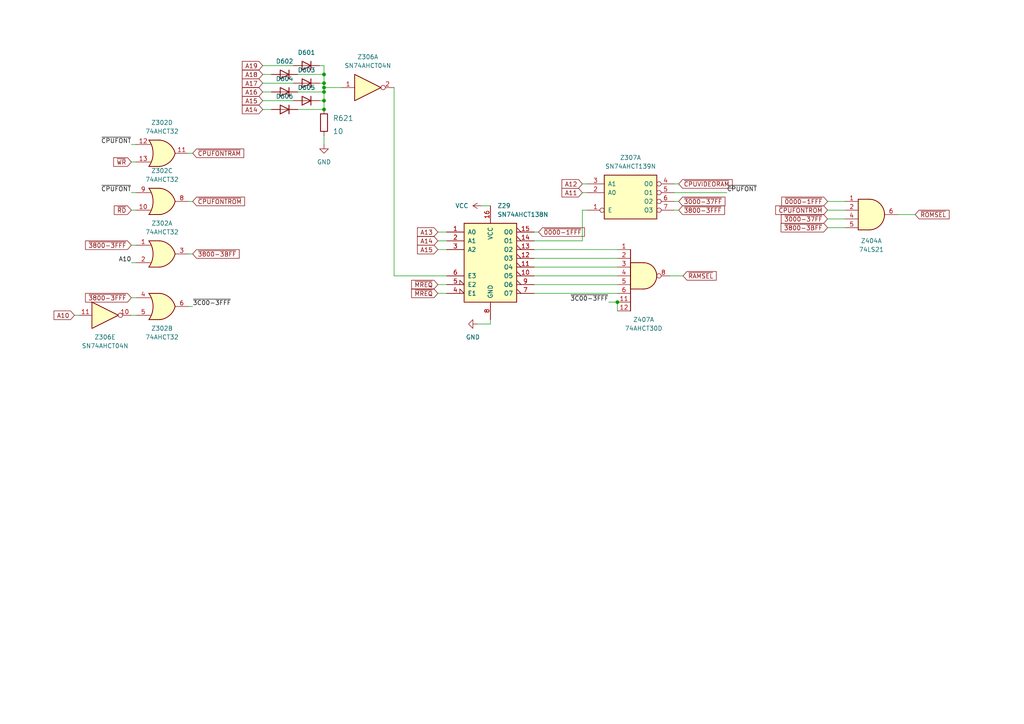
<source format=kicad_sch>
(kicad_sch (version 20211123) (generator eeschema)
  (paper "A4")
  (title_block (title "JupiterAce Z80 plus KIO and new memory format.") (date "2020-05-12") (rev "Alpha") (company "Ontobus") (comment 1 "John Bradley") (comment 2 "https://creativecommons.org/licenses/by-nc-sa/4.0/") (comment 3 "Attribution-NonCommercial-ShareAlike 4.0 International License.") (comment 4 "This work is licensed under a Creative Commons "))
  (lib_symbols
    (symbol "74xx-FIX:74LS21" (pin_names (offset 1.016))
      (property "Reference" "U" (at 0 1.27 0))
      (property "Value" "74LS21" (at 0 -1.27 0))
      (symbol "74LS21_1_0"
        (pin no_connect line (at 2.54 -2.54 180) (length 2.54) hide (name "") (number "11"))
        (pin no_connect line (at 2.54 -1.27 180) (length 2.54) hide (name "") (number "3"))
      )
      (symbol "74LS21_1_1"
        (arc (start -0.635 -4.445) (mid 3.81 0) (end -0.635 4.445) (stroke (width 0.254)) (fill (type background)))
        (polyline (pts (xy -0.635 4.445) (xy -3.81 4.445) (xy -3.81 -4.445) (xy -0.635 -4.445)) (stroke (width 0.254)) (fill (type background)))
        (pin input line (at -7.62 3.81 0) (length 3.81) (name "~") (number "1"))
        (pin input line (at -7.62 1.27 0) (length 3.81) (name "~") (number "2"))
        (pin input line (at -7.62 -1.27 0) (length 3.81) (name "~") (number "4"))
        (pin input line (at -7.62 -3.81 0) (length 3.81) (name "~") (number "5"))
        (pin output line (at 7.62 0 180) (length 3.81) (name "~") (number "6"))
      )
      (symbol "74LS21_1_2"
        (arc (start -3.81 -4.445) (mid -2.5908 0) (end -3.81 4.445) (stroke (width 0.254)))
        (arc (start -0.6096 -4.445) (mid 2.224 -2.8428) (end 3.81 0) (stroke (width 0.254)) (fill (type background)))
        (polyline (pts (xy -3.81 -4.445) (xy -0.635 -4.445)) (stroke (width 0.254)) (fill (type background)))
        (polyline (pts (xy -3.81 4.445) (xy -0.635 4.445)) (stroke (width 0.254)) (fill (type background)))
        (polyline (pts (xy -0.635 4.445) (xy -3.81 4.445) (xy -3.81 4.445) (xy -3.6322 4.0894) (xy -3.0988 2.921) (xy -2.7686 1.6764) (xy -2.6162 0.4318) (xy -2.6416 -0.8636) (xy -2.8702 -2.1082) (xy -3.2512 -3.3274) (xy -3.81 -4.445) (xy -3.81 -4.445) (xy -0.635 -4.445)) (stroke (width -25.4)) (fill (type background)))
        (arc (start 3.81 0) (mid 2.2198 2.8386) (end -0.6096 4.445) (stroke (width 0.254)) (fill (type background)))
        (pin input inverted (at -7.62 3.81 0) (length 3.81) (name "~") (number "1"))
        (pin input inverted (at -7.62 1.27 0) (length 4.826) (name "~") (number "2"))
        (pin input inverted (at -7.62 -1.27 0) (length 4.826) (name "~") (number "4"))
        (pin input inverted (at -7.62 -3.81 0) (length 3.81) (name "~") (number "5"))
        (pin output inverted (at 7.62 0 180) (length 3.81) (name "~") (number "6"))
      )
      (symbol "74LS21_2_1"
        (arc (start -0.635 -4.445) (mid 3.81 0) (end -0.635 4.445) (stroke (width 0.254)) (fill (type background)))
        (polyline (pts (xy -0.635 4.445) (xy -3.81 4.445) (xy -3.81 -4.445) (xy -0.635 -4.445)) (stroke (width 0.254)) (fill (type background)))
        (pin input line (at -7.62 1.27 0) (length 3.81) (name "~") (number "10"))
        (pin input line (at -7.62 -1.27 0) (length 3.81) (name "~") (number "12"))
        (pin input line (at -7.62 -3.81 0) (length 3.81) (name "~") (number "13"))
        (pin output line (at 7.62 0 180) (length 3.81) (name "~") (number "8"))
        (pin input line (at -7.62 3.81 0) (length 3.81) (name "~") (number "9"))
      )
      (symbol "74LS21_2_2"
        (arc (start -3.81 -4.445) (mid -2.5908 0) (end -3.81 4.445) (stroke (width 0.254)))
        (arc (start -0.6096 -4.445) (mid 2.224 -2.8428) (end 3.81 0) (stroke (width 0.254)) (fill (type background)))
        (polyline (pts (xy -3.81 -4.445) (xy -0.635 -4.445)) (stroke (width 0.254)) (fill (type background)))
        (polyline (pts (xy -3.81 4.445) (xy -0.635 4.445)) (stroke (width 0.254)) (fill (type background)))
        (polyline (pts (xy -0.635 4.445) (xy -3.81 4.445) (xy -3.81 4.445) (xy -3.6322 4.0894) (xy -3.0988 2.921) (xy -2.7686 1.6764) (xy -2.6162 0.4318) (xy -2.6416 -0.8636) (xy -2.8702 -2.1082) (xy -3.2512 -3.3274) (xy -3.81 -4.445) (xy -3.81 -4.445) (xy -0.635 -4.445)) (stroke (width -25.4)) (fill (type background)))
        (arc (start 3.81 0) (mid 2.2198 2.8386) (end -0.6096 4.445) (stroke (width 0.254)) (fill (type background)))
        (pin input inverted (at -7.62 1.27 0) (length 4.826) (name "~") (number "10"))
        (pin input inverted (at -7.62 -1.27 0) (length 4.826) (name "~") (number "12"))
        (pin input inverted (at -7.62 -3.81 0) (length 3.81) (name "~") (number "13"))
        (pin output inverted (at 7.62 0 180) (length 3.81) (name "~") (number "8"))
        (pin input inverted (at -7.62 3.81 0) (length 3.81) (name "~") (number "9"))
      )
      (symbol "74LS21_3_0"
        (pin power_in line (at 0 12.7 270) (length 5.08) (name "VCC") (number "14"))
        (pin power_in line (at 0 -12.7 90) (length 5.08) (name "GND") (number "7"))
      )
      (symbol "74LS21_3_1"
        (rectangle (start -5.08 7.62) (end 5.08 -7.62) (stroke (width 0.254)) (fill (type background)))
      )
    )
    (symbol "74xx-FIX:74LS30" (pin_names (offset 1.016))
      (property "Reference" "U" (at 0 1.27 0))
      (property "Value" "74LS30" (at 0 -1.27 0))
      (symbol "74LS30_1_0"
        (pin no_connect line (at 0 -5.08 0) (length 2.54) hide (name "") (number "10"))
        (pin no_connect line (at -1.27 -6.35 0) (length 2.54) hide (name "") (number "13"))
        (pin no_connect line (at 0 -6.35 0) (length 2.54) hide (name "") (number "9"))
      )
      (symbol "74LS30_1_1"
        (arc (start 0 -3.81) (mid 3.81 0) (end 0 3.81) (stroke (width 0.254)) (fill (type background)))
        (polyline (pts (xy -3.81 7.62) (xy -3.81 -10.16)) (stroke (width 0.254)))
        (polyline (pts (xy 0 3.81) (xy -3.81 3.81) (xy -3.81 -3.81) (xy 0 -3.81)) (stroke (width 0.254)) (fill (type background)))
        (pin input line (at -7.62 7.62 0) (length 3.81) (name "~") (number "1"))
        (pin input line (at -7.62 -7.62 0) (length 3.81) (name "~") (number "11"))
        (pin input line (at -7.62 -10.16 0) (length 3.81) (name "~") (number "12"))
        (pin input line (at -7.62 5.08 0) (length 3.81) (name "~") (number "2"))
        (pin input line (at -7.62 2.54 0) (length 3.81) (name "~") (number "3"))
        (pin input line (at -7.62 0 0) (length 3.81) (name "~") (number "4"))
        (pin input line (at -7.62 -2.54 0) (length 3.81) (name "~") (number "5"))
        (pin input line (at -7.62 -5.08 0) (length 3.81) (name "~") (number "6"))
        (pin output inverted (at 7.62 0 180) (length 3.81) (name "~") (number "8"))
      )
      (symbol "74LS30_1_2"
        (arc (start -3.81 -3.81) (mid -2.589 0) (end -3.81 3.81) (stroke (width 0.254)))
        (arc (start -0.6096 -3.81) (mid 2.1855 -2.584) (end 3.81 0) (stroke (width 0.254)) (fill (type background)))
        (polyline (pts (xy -3.81 -3.81) (xy -3.81 -10.16)) (stroke (width 0.254)))
        (polyline (pts (xy -3.81 -3.81) (xy -0.635 -3.81)) (stroke (width 0.254)) (fill (type background)))
        (polyline (pts (xy -3.81 3.81) (xy -0.635 3.81)) (stroke (width 0.254)) (fill (type background)))
        (polyline (pts (xy -3.81 7.62) (xy -3.81 3.81)) (stroke (width 0.254)))
        (polyline (pts (xy -0.635 3.81) (xy -3.81 3.81) (xy -3.81 3.81) (xy -3.556 3.4036) (xy -3.0226 2.2606) (xy -2.6924 1.0414) (xy -2.6162 -0.254) (xy -2.7686 -1.4986) (xy -3.175 -2.7178) (xy -3.81 -3.81) (xy -3.81 -3.81) (xy -0.635 -3.81)) (stroke (width -25.4)) (fill (type background)))
        (arc (start 3.81 0) (mid 2.1928 2.5925) (end -0.6096 3.81) (stroke (width 0.254)) (fill (type background)))
        (pin input inverted (at -7.62 7.62 0) (length 3.81) (name "~") (number "1"))
        (pin input inverted (at -7.62 -7.62 0) (length 3.81) (name "~") (number "11"))
        (pin input inverted (at -7.62 -10.16 0) (length 3.81) (name "~") (number "12"))
        (pin input inverted (at -7.62 5.08 0) (length 3.81) (name "~") (number "2"))
        (pin input inverted (at -7.62 2.54 0) (length 4.5466) (name "~") (number "3"))
        (pin input inverted (at -7.62 0 0) (length 5.08) (name "~") (number "4"))
        (pin input inverted (at -7.62 -2.54 0) (length 4.5466) (name "~") (number "5"))
        (pin input inverted (at -7.62 -5.08 0) (length 3.81) (name "~") (number "6"))
        (pin output line (at 7.62 0 180) (length 3.81) (name "~") (number "8"))
      )
      (symbol "74LS30_2_0"
        (pin power_in line (at 0 12.7 270) (length 5.08) (name "VCC") (number "14"))
        (pin power_in line (at 0 -12.7 90) (length 5.08) (name "GND") (number "7"))
      )
      (symbol "74LS30_2_1"
        (rectangle (start -5.08 7.62) (end 5.08 -7.62) (stroke (width 0.254)) (fill (type background)))
      )
    )
    (symbol "74xx:74HCT04"
      (property "Reference" "U" (at 0 1.27 0))
      (property "Value" "74HCT04" (at 0 -1.27 0))
      (symbol "74HCT04_1_0"
        (polyline (pts (xy -3.81 3.81) (xy -3.81 -3.81) (xy 3.81 0) (xy -3.81 3.81)) (stroke (width 0.254)) (fill (type background)))
        (pin input line (at -7.62 0 0) (length 3.81) (name "~") (number "1"))
        (pin output inverted (at 7.62 0 180) (length 3.81) (name "~") (number "2"))
      )
      (symbol "74HCT04_2_0"
        (polyline (pts (xy -3.81 3.81) (xy -3.81 -3.81) (xy 3.81 0) (xy -3.81 3.81)) (stroke (width 0.254)) (fill (type background)))
        (pin input line (at -7.62 0 0) (length 3.81) (name "~") (number "3"))
        (pin output inverted (at 7.62 0 180) (length 3.81) (name "~") (number "4"))
      )
      (symbol "74HCT04_3_0"
        (polyline (pts (xy -3.81 3.81) (xy -3.81 -3.81) (xy 3.81 0) (xy -3.81 3.81)) (stroke (width 0.254)) (fill (type background)))
        (pin input line (at -7.62 0 0) (length 3.81) (name "~") (number "5"))
        (pin output inverted (at 7.62 0 180) (length 3.81) (name "~") (number "6"))
      )
      (symbol "74HCT04_4_0"
        (polyline (pts (xy -3.81 3.81) (xy -3.81 -3.81) (xy 3.81 0) (xy -3.81 3.81)) (stroke (width 0.254)) (fill (type background)))
        (pin output inverted (at 7.62 0 180) (length 3.81) (name "~") (number "8"))
        (pin input line (at -7.62 0 0) (length 3.81) (name "~") (number "9"))
      )
      (symbol "74HCT04_5_0"
        (polyline (pts (xy -3.81 3.81) (xy -3.81 -3.81) (xy 3.81 0) (xy -3.81 3.81)) (stroke (width 0.254)) (fill (type background)))
        (pin output inverted (at 7.62 0 180) (length 3.81) (name "~") (number "10"))
        (pin input line (at -7.62 0 0) (length 3.81) (name "~") (number "11"))
      )
      (symbol "74HCT04_6_0"
        (polyline (pts (xy -3.81 3.81) (xy -3.81 -3.81) (xy 3.81 0) (xy -3.81 3.81)) (stroke (width 0.254)) (fill (type background)))
        (pin output inverted (at 7.62 0 180) (length 3.81) (name "~") (number "12"))
        (pin input line (at -7.62 0 0) (length 3.81) (name "~") (number "13"))
      )
      (symbol "74HCT04_7_0"
        (pin power_in line (at 0 12.7 270) (length 5.08) (name "VCC") (number "14"))
        (pin power_in line (at 0 -12.7 90) (length 5.08) (name "GND") (number "7"))
      )
      (symbol "74HCT04_7_1"
        (rectangle (start -5.08 7.62) (end 5.08 -7.62) (stroke (width 0.254)) (fill (type background)))
      )
    )
    (symbol "74xx:74LS04"
      (property "Reference" "U" (at 0 1.27 0))
      (property "Value" "74LS04" (at 0 -1.27 0))
      (symbol "74LS04_1_0"
        (polyline (pts (xy -3.81 3.81) (xy -3.81 -3.81) (xy 3.81 0) (xy -3.81 3.81)) (stroke (width 0.254)) (fill (type background)))
        (pin input line (at -7.62 0 0) (length 3.81) (name "~") (number "1"))
        (pin output inverted (at 7.62 0 180) (length 3.81) (name "~") (number "2"))
      )
      (symbol "74LS04_2_0"
        (polyline (pts (xy -3.81 3.81) (xy -3.81 -3.81) (xy 3.81 0) (xy -3.81 3.81)) (stroke (width 0.254)) (fill (type background)))
        (pin input line (at -7.62 0 0) (length 3.81) (name "~") (number "3"))
        (pin output inverted (at 7.62 0 180) (length 3.81) (name "~") (number "4"))
      )
      (symbol "74LS04_3_0"
        (polyline (pts (xy -3.81 3.81) (xy -3.81 -3.81) (xy 3.81 0) (xy -3.81 3.81)) (stroke (width 0.254)) (fill (type background)))
        (pin input line (at -7.62 0 0) (length 3.81) (name "~") (number "5"))
        (pin output inverted (at 7.62 0 180) (length 3.81) (name "~") (number "6"))
      )
      (symbol "74LS04_4_0"
        (polyline (pts (xy -3.81 3.81) (xy -3.81 -3.81) (xy 3.81 0) (xy -3.81 3.81)) (stroke (width 0.254)) (fill (type background)))
        (pin output inverted (at 7.62 0 180) (length 3.81) (name "~") (number "8"))
        (pin input line (at -7.62 0 0) (length 3.81) (name "~") (number "9"))
      )
      (symbol "74LS04_5_0"
        (polyline (pts (xy -3.81 3.81) (xy -3.81 -3.81) (xy 3.81 0) (xy -3.81 3.81)) (stroke (width 0.254)) (fill (type background)))
        (pin output inverted (at 7.62 0 180) (length 3.81) (name "~") (number "10"))
        (pin input line (at -7.62 0 0) (length 3.81) (name "~") (number "11"))
      )
      (symbol "74LS04_6_0"
        (polyline (pts (xy -3.81 3.81) (xy -3.81 -3.81) (xy 3.81 0) (xy -3.81 3.81)) (stroke (width 0.254)) (fill (type background)))
        (pin output inverted (at 7.62 0 180) (length 3.81) (name "~") (number "12"))
        (pin input line (at -7.62 0 0) (length 3.81) (name "~") (number "13"))
      )
      (symbol "74LS04_7_0"
        (pin power_in line (at 0 12.7 270) (length 5.08) (name "VCC") (number "14"))
        (pin power_in line (at 0 -12.7 90) (length 5.08) (name "GND") (number "7"))
      )
      (symbol "74LS04_7_1"
        (rectangle (start -5.08 7.62) (end 5.08 -7.62) (stroke (width 0.254)) (fill (type background)))
      )
    )
    (symbol "74xx:74LS138" (pin_names (offset 1.016))
      (property "Reference" "U" (at -7.62 11.43 0))
      (property "Value" "74LS138" (at -7.62 -13.97 0))
      (symbol "74LS138_1_0"
        (pin input line (at -12.7 7.62 0) (length 5.08) (name "A0") (number "1"))
        (pin output output_low (at 12.7 -5.08 180) (length 5.08) (name "O5") (number "10"))
        (pin output output_low (at 12.7 -2.54 180) (length 5.08) (name "O4") (number "11"))
        (pin output output_low (at 12.7 0 180) (length 5.08) (name "O3") (number "12"))
        (pin output output_low (at 12.7 2.54 180) (length 5.08) (name "O2") (number "13"))
        (pin output output_low (at 12.7 5.08 180) (length 5.08) (name "O1") (number "14"))
        (pin output output_low (at 12.7 7.62 180) (length 5.08) (name "O0") (number "15"))
        (pin power_in line (at 0 15.24 270) (length 5.08) (name "VCC") (number "16"))
        (pin input line (at -12.7 5.08 0) (length 5.08) (name "A1") (number "2"))
        (pin input line (at -12.7 2.54 0) (length 5.08) (name "A2") (number "3"))
        (pin input input_low (at -12.7 -10.16 0) (length 5.08) (name "E1") (number "4"))
        (pin input input_low (at -12.7 -7.62 0) (length 5.08) (name "E2") (number "5"))
        (pin input line (at -12.7 -5.08 0) (length 5.08) (name "E3") (number "6"))
        (pin output output_low (at 12.7 -10.16 180) (length 5.08) (name "O7") (number "7"))
        (pin power_in line (at 0 -17.78 90) (length 5.08) (name "GND") (number "8"))
        (pin output output_low (at 12.7 -7.62 180) (length 5.08) (name "O6") (number "9"))
      )
      (symbol "74LS138_1_1"
        (rectangle (start -7.62 10.16) (end 7.62 -12.7) (stroke (width 0.254)) (fill (type background)))
      )
    )
    (symbol "74xx:74LS139" (pin_names (offset 1.016))
      (property "Reference" "U" (at -7.62 8.89 0))
      (property "Value" "74LS139" (at -7.62 -8.89 0))
      (symbol "74LS139_1_0"
        (pin input inverted (at -12.7 -5.08 0) (length 5.08) (name "E") (number "1"))
        (pin input line (at -12.7 0 0) (length 5.08) (name "A0") (number "2"))
        (pin input line (at -12.7 2.54 0) (length 5.08) (name "A1") (number "3"))
        (pin output inverted (at 12.7 2.54 180) (length 5.08) (name "O0") (number "4"))
        (pin output inverted (at 12.7 0 180) (length 5.08) (name "O1") (number "5"))
        (pin output inverted (at 12.7 -2.54 180) (length 5.08) (name "O2") (number "6"))
        (pin output inverted (at 12.7 -5.08 180) (length 5.08) (name "O3") (number "7"))
      )
      (symbol "74LS139_1_1"
        (rectangle (start -7.62 5.08) (end 7.62 -7.62) (stroke (width 0.254)) (fill (type background)))
      )
      (symbol "74LS139_2_0"
        (pin output inverted (at 12.7 -2.54 180) (length 5.08) (name "O2") (number "10"))
        (pin output inverted (at 12.7 0 180) (length 5.08) (name "O1") (number "11"))
        (pin output inverted (at 12.7 2.54 180) (length 5.08) (name "O0") (number "12"))
        (pin input line (at -12.7 2.54 0) (length 5.08) (name "A1") (number "13"))
        (pin input line (at -12.7 0 0) (length 5.08) (name "A0") (number "14"))
        (pin input inverted (at -12.7 -5.08 0) (length 5.08) (name "E") (number "15"))
        (pin output inverted (at 12.7 -5.08 180) (length 5.08) (name "O3") (number "9"))
      )
      (symbol "74LS139_2_1"
        (rectangle (start -7.62 5.08) (end 7.62 -7.62) (stroke (width 0.254)) (fill (type background)))
      )
      (symbol "74LS139_3_0"
        (pin power_in line (at 0 12.7 270) (length 5.08) (name "VCC") (number "16"))
        (pin power_in line (at 0 -12.7 90) (length 5.08) (name "GND") (number "8"))
      )
      (symbol "74LS139_3_1"
        (rectangle (start -5.08 7.62) (end 5.08 -7.62) (stroke (width 0.254)) (fill (type background)))
      )
    )
    (symbol "74xx:74LS32" (pin_names (offset 1.016))
      (property "Reference" "U" (at 0 1.27 0))
      (property "Value" "74LS32" (at 0 -1.27 0))
      (symbol "74LS32_1_1"
        (arc (start -3.81 -3.81) (mid -2.589 0) (end -3.81 3.81) (stroke (width 0.254)))
        (arc (start -0.6096 -3.81) (mid 2.1842 -2.5851) (end 3.81 0) (stroke (width 0.254)) (fill (type background)))
        (polyline (pts (xy -3.81 -3.81) (xy -0.635 -3.81)) (stroke (width 0.254)) (fill (type background)))
        (polyline (pts (xy -3.81 3.81) (xy -0.635 3.81)) (stroke (width 0.254)) (fill (type background)))
        (polyline (pts (xy -0.635 3.81) (xy -3.81 3.81) (xy -3.81 3.81) (xy -3.556 3.4036) (xy -3.0226 2.2606) (xy -2.6924 1.0414) (xy -2.6162 -0.254) (xy -2.7686 -1.4986) (xy -3.175 -2.7178) (xy -3.81 -3.81) (xy -3.81 -3.81) (xy -0.635 -3.81)) (stroke (width -25.4)) (fill (type background)))
        (arc (start 3.81 0) (mid 2.1915 2.5936) (end -0.6096 3.81) (stroke (width 0.254)) (fill (type background)))
        (pin input line (at -7.62 2.54 0) (length 4.318) (name "~") (number "1"))
        (pin input line (at -7.62 -2.54 0) (length 4.318) (name "~") (number "2"))
        (pin output line (at 7.62 0 180) (length 3.81) (name "~") (number "3"))
      )
      (symbol "74LS32_1_2"
        (arc (start 0 -3.81) (mid 3.81 0) (end 0 3.81) (stroke (width 0.254)) (fill (type background)))
        (polyline (pts (xy 0 3.81) (xy -3.81 3.81) (xy -3.81 -3.81) (xy 0 -3.81)) (stroke (width 0.254)) (fill (type background)))
        (pin input inverted (at -7.62 2.54 0) (length 3.81) (name "~") (number "1"))
        (pin input inverted (at -7.62 -2.54 0) (length 3.81) (name "~") (number "2"))
        (pin output inverted (at 7.62 0 180) (length 3.81) (name "~") (number "3"))
      )
      (symbol "74LS32_2_1"
        (arc (start -3.81 -3.81) (mid -2.589 0) (end -3.81 3.81) (stroke (width 0.254)))
        (arc (start -0.6096 -3.81) (mid 2.1842 -2.5851) (end 3.81 0) (stroke (width 0.254)) (fill (type background)))
        (polyline (pts (xy -3.81 -3.81) (xy -0.635 -3.81)) (stroke (width 0.254)) (fill (type background)))
        (polyline (pts (xy -3.81 3.81) (xy -0.635 3.81)) (stroke (width 0.254)) (fill (type background)))
        (polyline (pts (xy -0.635 3.81) (xy -3.81 3.81) (xy -3.81 3.81) (xy -3.556 3.4036) (xy -3.0226 2.2606) (xy -2.6924 1.0414) (xy -2.6162 -0.254) (xy -2.7686 -1.4986) (xy -3.175 -2.7178) (xy -3.81 -3.81) (xy -3.81 -3.81) (xy -0.635 -3.81)) (stroke (width -25.4)) (fill (type background)))
        (arc (start 3.81 0) (mid 2.1915 2.5936) (end -0.6096 3.81) (stroke (width 0.254)) (fill (type background)))
        (pin input line (at -7.62 2.54 0) (length 4.318) (name "~") (number "4"))
        (pin input line (at -7.62 -2.54 0) (length 4.318) (name "~") (number "5"))
        (pin output line (at 7.62 0 180) (length 3.81) (name "~") (number "6"))
      )
      (symbol "74LS32_2_2"
        (arc (start 0 -3.81) (mid 3.81 0) (end 0 3.81) (stroke (width 0.254)) (fill (type background)))
        (polyline (pts (xy 0 3.81) (xy -3.81 3.81) (xy -3.81 -3.81) (xy 0 -3.81)) (stroke (width 0.254)) (fill (type background)))
        (pin input inverted (at -7.62 2.54 0) (length 3.81) (name "~") (number "4"))
        (pin input inverted (at -7.62 -2.54 0) (length 3.81) (name "~") (number "5"))
        (pin output inverted (at 7.62 0 180) (length 3.81) (name "~") (number "6"))
      )
      (symbol "74LS32_3_1"
        (arc (start -3.81 -3.81) (mid -2.589 0) (end -3.81 3.81) (stroke (width 0.254)))
        (arc (start -0.6096 -3.81) (mid 2.1842 -2.5851) (end 3.81 0) (stroke (width 0.254)) (fill (type background)))
        (polyline (pts (xy -3.81 -3.81) (xy -0.635 -3.81)) (stroke (width 0.254)) (fill (type background)))
        (polyline (pts (xy -3.81 3.81) (xy -0.635 3.81)) (stroke (width 0.254)) (fill (type background)))
        (polyline (pts (xy -0.635 3.81) (xy -3.81 3.81) (xy -3.81 3.81) (xy -3.556 3.4036) (xy -3.0226 2.2606) (xy -2.6924 1.0414) (xy -2.6162 -0.254) (xy -2.7686 -1.4986) (xy -3.175 -2.7178) (xy -3.81 -3.81) (xy -3.81 -3.81) (xy -0.635 -3.81)) (stroke (width -25.4)) (fill (type background)))
        (arc (start 3.81 0) (mid 2.1915 2.5936) (end -0.6096 3.81) (stroke (width 0.254)) (fill (type background)))
        (pin input line (at -7.62 -2.54 0) (length 4.318) (name "~") (number "10"))
        (pin output line (at 7.62 0 180) (length 3.81) (name "~") (number "8"))
        (pin input line (at -7.62 2.54 0) (length 4.318) (name "~") (number "9"))
      )
      (symbol "74LS32_3_2"
        (arc (start 0 -3.81) (mid 3.81 0) (end 0 3.81) (stroke (width 0.254)) (fill (type background)))
        (polyline (pts (xy 0 3.81) (xy -3.81 3.81) (xy -3.81 -3.81) (xy 0 -3.81)) (stroke (width 0.254)) (fill (type background)))
        (pin input inverted (at -7.62 -2.54 0) (length 3.81) (name "~") (number "10"))
        (pin output inverted (at 7.62 0 180) (length 3.81) (name "~") (number "8"))
        (pin input inverted (at -7.62 2.54 0) (length 3.81) (name "~") (number "9"))
      )
      (symbol "74LS32_4_1"
        (arc (start -3.81 -3.81) (mid -2.589 0) (end -3.81 3.81) (stroke (width 0.254)))
        (arc (start -0.6096 -3.81) (mid 2.1842 -2.5851) (end 3.81 0) (stroke (width 0.254)) (fill (type background)))
        (polyline (pts (xy -3.81 -3.81) (xy -0.635 -3.81)) (stroke (width 0.254)) (fill (type background)))
        (polyline (pts (xy -3.81 3.81) (xy -0.635 3.81)) (stroke (width 0.254)) (fill (type background)))
        (polyline (pts (xy -0.635 3.81) (xy -3.81 3.81) (xy -3.81 3.81) (xy -3.556 3.4036) (xy -3.0226 2.2606) (xy -2.6924 1.0414) (xy -2.6162 -0.254) (xy -2.7686 -1.4986) (xy -3.175 -2.7178) (xy -3.81 -3.81) (xy -3.81 -3.81) (xy -0.635 -3.81)) (stroke (width -25.4)) (fill (type background)))
        (arc (start 3.81 0) (mid 2.1915 2.5936) (end -0.6096 3.81) (stroke (width 0.254)) (fill (type background)))
        (pin output line (at 7.62 0 180) (length 3.81) (name "~") (number "11"))
        (pin input line (at -7.62 2.54 0) (length 4.318) (name "~") (number "12"))
        (pin input line (at -7.62 -2.54 0) (length 4.318) (name "~") (number "13"))
      )
      (symbol "74LS32_4_2"
        (arc (start 0 -3.81) (mid 3.81 0) (end 0 3.81) (stroke (width 0.254)) (fill (type background)))
        (polyline (pts (xy 0 3.81) (xy -3.81 3.81) (xy -3.81 -3.81) (xy 0 -3.81)) (stroke (width 0.254)) (fill (type background)))
        (pin output inverted (at 7.62 0 180) (length 3.81) (name "~") (number "11"))
        (pin input inverted (at -7.62 2.54 0) (length 3.81) (name "~") (number "12"))
        (pin input inverted (at -7.62 -2.54 0) (length 3.81) (name "~") (number "13"))
      )
      (symbol "74LS32_5_0"
        (pin power_in line (at 0 12.7 270) (length 5.08) (name "VCC") (number "14"))
        (pin power_in line (at 0 -12.7 90) (length 5.08) (name "GND") (number "7"))
      )
      (symbol "74LS32_5_1"
        (rectangle (start -5.08 7.62) (end 5.08 -7.62) (stroke (width 0.254)) (fill (type background)))
      )
    )
    (symbol "Device:R" (pin_numbers hide) (pin_names (offset 0))
      (property "Reference" "R" (at 2.032 0 90))
      (property "Value" "R" (at 0 0 90))
      (symbol "R_0_1"
        (rectangle (start -1.016 -2.54) (end 1.016 2.54) (stroke (width 0.254)))
      )
      (symbol "R_1_1"
        (pin passive line (at 0 3.81 270) (length 1.27) (name "~") (number "1"))
        (pin passive line (at 0 -3.81 90) (length 1.27) (name "~") (number "2"))
      )
    )
    (symbol "Diode:1N4148" (pin_numbers hide) (pin_names (offset 1.016) hide)
      (property "Reference" "D" (at 0 2.54 0))
      (property "Value" "1N4148" (at 0 -2.54 0))
      (symbol "1N4148_0_1"
        (polyline (pts (xy -1.27 1.27) (xy -1.27 -1.27)) (stroke (width 0.254)))
        (polyline (pts (xy 1.27 0) (xy -1.27 0)))
        (polyline (pts (xy 1.27 1.27) (xy 1.27 -1.27) (xy -1.27 0) (xy 1.27 1.27)) (stroke (width 0.254)))
      )
      (symbol "1N4148_1_1"
        (pin passive line (at -3.81 0 0) (length 2.54) (name "K") (number "1"))
        (pin passive line (at 3.81 0 180) (length 2.54) (name "A") (number "2"))
      )
    )
    (symbol "power:GND" (power) (pin_names (offset 0))
      (property "Value" "GND" (at 0 -3.81 0))
      (symbol "GND_0_1"
        (polyline (pts (xy 0 0) (xy 0 -1.27) (xy 1.27 -1.27) (xy 0 -2.54) (xy -1.27 -1.27) (xy 0 -1.27)))
      )
      (symbol "GND_1_1"
        (pin power_in line (at 0 0 270) (length 0) hide (name "GND") (number "1"))
      )
    )
    (symbol "power:VCC" (power) (pin_names (offset 0))
      (property "Value" "VCC" (at 0 3.81 0))
      (symbol "VCC_0_1"
        (polyline (pts (xy -0.762 1.27) (xy 0 2.54)))
        (polyline (pts (xy 0 0) (xy 0 2.54)))
        (polyline (pts (xy 0 2.54) (xy 0.762 1.27)))
      )
      (symbol "VCC_1_1"
        (pin power_in line (at 0 0 90) (length 0) hide (name "VCC") (number "1"))
      )
    )
  )
  (junction (at 93.98 25.4))
  (junction (at 93.98 21.59))
  (junction (at 93.98 29.21))
  (junction (at 93.98 24.13))
  (junction (at 93.98 26.67))
  (junction (at 93.98 31.75))
  (junction (at 179.07 87.63))
  (no_connect (at -344.805 283.21))
  (wire (pts (xy 93.98 25.4) (xy 93.98 26.67)))
  (wire (pts (xy 245.11 66.04) (xy 240.03 66.04)))
  (wire (pts (xy 195.58 60.96) (xy 196.85 60.96)))
  (wire (pts (xy 85.09 29.21) (xy 76.2 29.21)))
  (wire (pts (xy 114.3 25.4) (xy 114.3 80.01)))
  (wire (pts (xy 127 72.39) (xy 129.54 72.39)))
  (wire (pts (xy 39.37 41.91) (xy 38.1 41.91)))
  (wire (pts (xy 93.98 41.91) (xy 93.98 39.37)))
  (wire (pts (xy 39.37 71.12) (xy 38.1 71.12)))
  (wire (pts (xy 154.94 80.01) (xy 179.07 80.01)))
  (wire (pts (xy 39.37 46.99) (xy 38.1 46.99)))
  (wire (pts (xy 170.18 53.34) (xy 168.91 53.34)))
  (wire (pts (xy 39.37 91.44) (xy 38.1 91.44)))
  (wire (pts (xy 179.07 87.63) (xy 176.53 87.63)))
  (wire (pts (xy 39.37 55.88) (xy 38.1 55.88)))
  (wire (pts (xy 76.2 31.75) (xy 78.74 31.75)))
  (wire (pts (xy 85.09 19.05) (xy 76.2 19.05)))
  (wire (pts (xy 54.61 88.9) (xy 55.88 88.9)))
  (wire (pts (xy 78.74 26.67) (xy 76.2 26.67)))
  (wire (pts (xy 168.91 60.96) (xy 170.18 60.96)))
  (wire (pts (xy 154.94 77.47) (xy 179.07 77.47)))
  (wire (pts (xy 54.61 73.66) (xy 55.88 73.66)))
  (wire (pts (xy 154.94 85.09) (xy 179.07 85.09)))
  (wire (pts (xy 93.98 19.05) (xy 93.98 21.59)))
  (wire (pts (xy 86.36 21.59) (xy 93.98 21.59)))
  (wire (pts (xy 154.94 74.93) (xy 179.07 74.93)))
  (wire (pts (xy 265.43 62.23) (xy 260.35 62.23)))
  (wire (pts (xy 93.98 29.21) (xy 93.98 31.75)))
  (wire (pts (xy 139.7 59.69) (xy 142.24 59.69)))
  (wire (pts (xy 195.58 53.34) (xy 196.85 53.34)))
  (wire (pts (xy 114.3 80.01) (xy 129.54 80.01)))
  (wire (pts (xy 154.94 67.31) (xy 156.21 67.31)))
  (wire (pts (xy 22.86 91.44) (xy 21.59 91.44)))
  (wire (pts (xy 194.31 80.01) (xy 198.12 80.01)))
  (wire (pts (xy 54.61 44.45) (xy 55.88 44.45)))
  (wire (pts (xy 245.11 60.96) (xy 240.03 60.96)))
  (wire (pts (xy 127 82.55) (xy 129.54 82.55)))
  (wire (pts (xy 39.37 60.96) (xy 38.1 60.96)))
  (wire (pts (xy 142.24 93.98) (xy 138.43 93.98)))
  (wire (pts (xy 154.94 82.55) (xy 179.07 82.55)))
  (wire (pts (xy 195.58 58.42) (xy 196.85 58.42)))
  (wire (pts (xy 195.58 55.88) (xy 210.82 55.88)))
  (wire (pts (xy 127 69.85) (xy 129.54 69.85)))
  (wire (pts (xy 170.18 55.88) (xy 168.91 55.88)))
  (wire (pts (xy 39.37 86.36) (xy 38.1 86.36)))
  (wire (pts (xy 245.11 63.5) (xy 240.03 63.5)))
  (wire (pts (xy 179.07 90.17) (xy 179.07 87.63)))
  (wire (pts (xy 93.98 26.67) (xy 93.98 29.21)))
  (wire (pts (xy 245.11 58.42) (xy 240.03 58.42)))
  (wire (pts (xy 92.71 19.05) (xy 93.98 19.05)))
  (wire (pts (xy 86.36 26.67) (xy 93.98 26.67)))
  (wire (pts (xy 93.98 25.4) (xy 99.06 25.4)))
  (wire (pts (xy 93.98 24.13) (xy 93.98 25.4)))
  (wire (pts (xy 93.98 31.75) (xy 86.36 31.75)))
  (wire (pts (xy 39.37 76.2) (xy 38.1 76.2)))
  (wire (pts (xy 154.94 69.85) (xy 168.91 69.85)))
  (wire (pts (xy 85.09 24.13) (xy 76.2 24.13)))
  (wire (pts (xy 154.94 72.39) (xy 179.07 72.39)))
  (wire (pts (xy 142.24 92.71) (xy 142.24 93.98)))
  (wire (pts (xy 127 85.09) (xy 129.54 85.09)))
  (wire (pts (xy 168.91 60.96) (xy 168.91 69.85)))
  (wire (pts (xy 78.74 21.59) (xy 76.2 21.59)))
  (wire (pts (xy 92.71 24.13) (xy 93.98 24.13)))
  (wire (pts (xy 93.98 21.59) (xy 93.98 24.13)))
  (wire (pts (xy 54.61 58.42) (xy 55.88 58.42)))
  (wire (pts (xy 127 67.31) (xy 129.54 67.31)))
  (wire (pts (xy 92.71 29.21) (xy 93.98 29.21)))
  (label "~{CPUFONT}" (at 38.1 41.91 180))
  (label "~{CPUFONT}" (at 38.1 55.88 180))
  (label "A10" (at 38.1 76.2 180))
  (label "~{3C00-3FFF}" (at 55.88 88.9 0))
  (label "~{CPUFONT}" (at 210.82 55.88 0))
  (label "~{3C00-3FFF}" (at 176.53 87.63 180))
  (global_label "~{RD}" (shape input) (at 38.1 60.96 180) (property "Intersheet References" "${INTERSHEET_REFS}" (at 33.2358 60.8806 0) (effects (justify right))))
  (global_label "~{CPUFONTROM}" (shape input) (at 240.03 60.96 180) (property "Intersheet References" "${INTERSHEET_REFS}" (at 225.0663 60.8806 0) (effects (justify right))))
  (global_label "~{0000-1FFF}" (shape input) (at 240.03 58.42 180) (property "Intersheet References" "${INTERSHEET_REFS}" (at 226.8201 58.3406 0) (effects (justify right))))
  (global_label "~{3800-3FFF}" (shape input) (at 196.85 60.96 0) (property "Intersheet References" "${INTERSHEET_REFS}" (at 210.0599 60.8806 0) (effects (justify left))))
  (global_label "A19" (shape input) (at 76.2 19.05 180) (property "Intersheet References" "${INTERSHEET_REFS}" (at 70.3682 18.9706 0) (effects (justify right))))
  (global_label "~{3800-3BFF}" (shape input) (at 55.88 73.66 0) (property "Intersheet References" "${INTERSHEET_REFS}" (at 69.2713 73.5806 0) (effects (justify left))))
  (global_label "A15" (shape input) (at 127 72.39 180) (property "Intersheet References" "${INTERSHEET_REFS}" (at 121.1682 72.3106 0) (effects (justify right))))
  (global_label "~{3000-37FF}" (shape input) (at 196.85 58.42 0) (property "Intersheet References" "${INTERSHEET_REFS}" (at 210.1809 58.3406 0) (effects (justify left))))
  (global_label "~{ROMSEL}" (shape input) (at 265.43 62.23 0) (property "Intersheet References" "${INTERSHEET_REFS}" (at 275.1928 62.1506 0) (effects (justify left))))
  (global_label "A11" (shape input) (at 168.91 55.88 180) (property "Intersheet References" "${INTERSHEET_REFS}" (at 163.0782 55.8006 0) (effects (justify right))))
  (global_label "A10" (shape input) (at 21.59 91.44 180) (property "Intersheet References" "${INTERSHEET_REFS}" (at 15.7582 91.3606 0) (effects (justify right))))
  (global_label "~{3800-3FFF}" (shape input) (at 38.1 71.12 180) (property "Intersheet References" "${INTERSHEET_REFS}" (at 24.8901 71.0406 0) (effects (justify right))))
  (global_label "~{MREQ}" (shape input) (at 127 85.09 180) (property "Intersheet References" "${INTERSHEET_REFS}" (at 119.4748 85.0106 0) (effects (justify right))))
  (global_label "~{3800-3FFF}" (shape input) (at 38.1 86.36 180) (property "Intersheet References" "${INTERSHEET_REFS}" (at 24.8901 86.2806 0) (effects (justify right))))
  (global_label "A16" (shape input) (at 76.2 26.67 180) (property "Intersheet References" "${INTERSHEET_REFS}" (at 70.3682 26.5906 0) (effects (justify right))))
  (global_label "A14" (shape input) (at 76.2 31.75 180) (property "Intersheet References" "${INTERSHEET_REFS}" (at 70.3682 31.6706 0) (effects (justify right))))
  (global_label "A13" (shape input) (at 127 67.31 180) (property "Intersheet References" "${INTERSHEET_REFS}" (at 121.1682 67.2306 0) (effects (justify right))))
  (global_label "A15" (shape input) (at 76.2 29.21 180) (property "Intersheet References" "${INTERSHEET_REFS}" (at 70.3682 29.1306 0) (effects (justify right))))
  (global_label "~{CPUVIDEORAM}" (shape input) (at 196.85 53.34 0) (property "Intersheet References" "${INTERSHEET_REFS}" (at 212.2975 53.2606 0) (effects (justify left))))
  (global_label "~{CPUFONTROM}" (shape input) (at 55.88 58.42 0) (property "Intersheet References" "${INTERSHEET_REFS}" (at 70.8437 58.3406 0) (effects (justify left))))
  (global_label "~{0000-1FFF}" (shape input) (at 156.21 67.31 0) (property "Intersheet References" "${INTERSHEET_REFS}" (at 169.4199 67.2306 0) (effects (justify left))))
  (global_label "~{RAMSEL}" (shape input) (at 198.12 80.01 0) (property "Intersheet References" "${INTERSHEET_REFS}" (at 207.6409 79.9306 0) (effects (justify left))))
  (global_label "A14" (shape input) (at 127 69.85 180) (property "Intersheet References" "${INTERSHEET_REFS}" (at 121.1682 69.7706 0) (effects (justify right))))
  (global_label "A18" (shape input) (at 76.2 21.59 180) (property "Intersheet References" "${INTERSHEET_REFS}" (at 70.3682 21.5106 0) (effects (justify right))))
  (global_label "~{3800-3BFF}" (shape input) (at 240.03 66.04 180) (property "Intersheet References" "${INTERSHEET_REFS}" (at 226.6387 65.9606 0) (effects (justify right))))
  (global_label "~{3000-37FF}" (shape input) (at 240.03 63.5 180) (property "Intersheet References" "${INTERSHEET_REFS}" (at 226.6991 63.4206 0) (effects (justify right))))
  (global_label "~{CPUFONTRAM}" (shape input) (at 55.88 44.45 0) (property "Intersheet References" "${INTERSHEET_REFS}" (at 70.6018 44.3706 0) (effects (justify left))))
  (global_label "A17" (shape input) (at 76.2 24.13 180) (property "Intersheet References" "${INTERSHEET_REFS}" (at 70.3682 24.0506 0) (effects (justify right))))
  (global_label "~{WR}" (shape input) (at 38.1 46.99 180) (property "Intersheet References" "${INTERSHEET_REFS}" (at 33.0544 46.9106 0) (effects (justify right))))
  (global_label "A12" (shape input) (at 168.91 53.34 180) (property "Intersheet References" "${INTERSHEET_REFS}" (at 163.0782 53.2606 0) (effects (justify right))))
  (global_label "~{MREQ}" (shape input) (at 127 82.55 180) (property "Intersheet References" "${INTERSHEET_REFS}" (at 119.4748 82.4706 0) (effects (justify right))))
  (symbol (lib_id "74xx:74LS139") (at 182.88 55.88 0) (unit 1)
    (property "Reference" "Z307" (at 182.88 45.72 0))
    (property "Value" "SN74AHCT139N" (at 182.88 48.26 0))
    (property "Footprint" "Package_DIP:DIP-16_W7.62mm_Socket" (effects hide))
    (property "Datasheet" "http://www.ti.com/lit/ds/symlink/sn74ls139a.pdf" (effects hide))
    (property "Manufacturer_Name" "Texas Instruments" (effects hide))
    (property "Manufacturer_Part_Number" "SN74AHCT139N" (effects hide))
  )
  (symbol (lib_id "74xx-FIX:74LS30") (at 186.69 80.01 0) (unit 1)
    (property "Reference" "Z407" (at 186.69 92.71 0))
    (property "Value" "74AHCT30D" (at 186.69 95.25 0))
    (property "Footprint" "Package_DIP:DIP-14_W7.62mm_Socket" (effects hide))
    (property "Datasheet" "http://www.ti.com/lit/gpn/sn74LS30" (effects hide))
  )
  (symbol (lib_id "74xx:74LS32") (at 46.99 73.66 0) (unit 1)
    (property "Reference" "Z302" (at 46.99 64.77 0))
    (property "Value" "74AHCT32" (at 46.99 67.31 0))
    (property "Footprint" "Package_DIP:DIP-14_W7.62mm_Socket" (effects hide))
    (property "Datasheet" "http://www.ti.com/lit/gpn/sn74LS32" (effects hide))
    (property "Manufacturer_Part_Number" "SN74AHCT32N" (effects hide))
    (property "Manufacturer_Name" "Texas Instruments" (effects hide))
  )
  (symbol (lib_id "power:VCC") (at 139.7 59.69 90) (unit 1)
    (property "Reference" "#~PWR0102" (effects hide))
    (property "Value" "VCC" (at 135.89 59.6899 90) (effects (justify left)))
  )
  (symbol (lib_id "74xx:74LS32") (at 46.99 58.42 0) (unit 3)
    (property "Reference" "Z302" (at 46.99 49.53 0))
    (property "Value" "74AHCT32" (at 46.99 52.07 0))
    (property "Footprint" "Package_DIP:DIP-14_W7.62mm_Socket" (effects hide))
    (property "Datasheet" "http://www.ti.com/lit/gpn/sn74LS32" (effects hide))
    (property "Manufacturer_Part_Number" "SN74AHCT32N" (effects hide))
    (property "Manufacturer_Name" "Texas Instruments" (effects hide))
  )
  (symbol (lib_id "power:GND") (at 93.98 41.91 0) (unit 1)
    (property "Reference" "#~~~PWR0101" (effects hide))
    (property "Value" "GND" (at 93.98 46.99 0))
  )
  (symbol (lib_id "Diode:1N4148") (at 82.55 21.59 180) (unit 1)
    (property "Reference" "D602" (at 82.55 17.78 0))
    (property "Value" "1N4148" (effects hide))
    (property "Footprint" "Diode_THT:D_DO-35_SOD27_P2.54mm_Vertical_AnodeUp" (effects hide))
    (property "Datasheet" "https://assets.nexperia.com/documents/data-sheet/1N4148_1N4448.pdf" (effects hide))
  )
  (symbol (lib_id "Diode:1N4148") (at 88.9 19.05 180) (unit 1)
    (property "Reference" "D601" (at 88.9 15.24 0))
    (property "Value" "1N4148" (effects hide))
    (property "Footprint" "Diode_THT:D_DO-35_SOD27_P2.54mm_Vertical_AnodeUp" (effects hide))
    (property "Datasheet" "https://assets.nexperia.com/documents/data-sheet/1N4148_1N4448.pdf" (effects hide))
  )
  (symbol (lib_id "Diode:1N4148") (at 88.9 24.13 180) (unit 1)
    (property "Reference" "D603" (at 88.9 20.32 0))
    (property "Value" "1N4148" (effects hide))
    (property "Footprint" "Diode_THT:D_DO-35_SOD27_P2.54mm_Vertical_AnodeUp" (effects hide))
    (property "Datasheet" "https://assets.nexperia.com/documents/data-sheet/1N4148_1N4448.pdf" (effects hide))
  )
  (symbol (lib_id "Diode:1N4148") (at 82.55 26.67 180) (unit 1)
    (property "Reference" "D604" (at 82.55 22.86 0))
    (property "Value" "1N4148" (effects hide))
    (property "Footprint" "Diode_THT:D_DO-35_SOD27_P2.54mm_Vertical_AnodeUp" (effects hide))
    (property "Datasheet" "https://assets.nexperia.com/documents/data-sheet/1N4148_1N4448.pdf" (effects hide))
  )
  (symbol (lib_id "Diode:1N4148") (at 88.9 29.21 180) (unit 1)
    (property "Reference" "D605" (at 88.9 25.4 0))
    (property "Value" "1N4148" (effects hide))
    (property "Footprint" "Diode_THT:D_DO-35_SOD27_P2.54mm_Vertical_AnodeUp" (effects hide))
    (property "Datasheet" "https://assets.nexperia.com/documents/data-sheet/1N4148_1N4448.pdf" (effects hide))
  )
  (symbol (lib_id "Diode:1N4148") (at 82.55 31.75 180) (unit 1)
    (property "Reference" "D606" (at 82.55 27.94 0))
    (property "Value" "1N4148" (effects hide))
    (property "Footprint" "Diode_THT:D_DO-35_SOD27_P2.54mm_Vertical_AnodeUp" (effects hide))
    (property "Datasheet" "https://assets.nexperia.com/documents/data-sheet/1N4148_1N4448.pdf" (effects hide))
  )
  (symbol (lib_id "Device:R") (at 93.98 35.56 0) (unit 1)
    (property "Reference" "R621" (at 96.52 34.2899 0) (effects (font (size 1.4986 1.4986)) (justify left)))
    (property "Value" "10" (at 96.52 38.0999 0) (effects (font (size 1.4986 1.4986)) (justify left)))
    (property "Footprint" "Resistor_THT:R_Axial_DIN0204_L3.6mm_D1.6mm_P2.54mm_Vertical" (effects hide))
  )
  (symbol (lib_id "74xx:74HCT04") (at 106.68 25.4 0) (unit 1)
    (property "Reference" "Z306" (at 106.68 16.51 0))
    (property "Value" "SN74AHCT04N" (at 106.68 19.05 0))
    (property "Footprint" "Package_DIP:DIP-14_W7.62mm_Socket" (effects hide))
    (property "Datasheet" "https://assets.nexperia.com/documents/data-sheet/74HC_HCT04.pdf" (effects hide))
  )
  (symbol (lib_id "74xx-FIX:74LS21") (at 252.73 62.23 0) (unit 1)
    (property "Reference" "Z404" (at 252.73 69.85 0))
    (property "Value" "74LS21" (at 252.73 72.39 0))
    (property "Footprint" "Package_DIP:DIP-14_W7.62mm_Socket" (effects hide))
    (property "Datasheet" "http://www.ti.com/lit/gpn/sn74LS21" (effects hide))
  )
  (symbol (lib_id "74xx:74LS32") (at 46.99 88.9 0) (unit 2)
    (property "Reference" "Z302" (at 46.99 95.25 0))
    (property "Value" "74AHCT32" (at 46.99 97.79 0))
    (property "Footprint" "Package_DIP:DIP-14_W7.62mm_Socket" (effects hide))
    (property "Datasheet" "http://www.ti.com/lit/gpn/sn74LS32" (effects hide))
    (property "Manufacturer_Part_Number" "SN74AHCT32N" (effects hide))
    (property "Manufacturer_Name" "Texas Instruments" (effects hide))
  )
  (symbol (lib_id "74xx:74LS04") (at 30.48 91.44 0) (unit 5)
    (property "Reference" "Z306" (at 30.48 97.79 0))
    (property "Value" "SN74AHCT04N" (at 30.48 100.33 0))
    (property "Footprint" "Package_DIP:DIP-14_W7.62mm_Socket" (effects hide))
    (property "Datasheet" "http://www.ti.com/lit/gpn/sn74LS04" (effects hide))
    (property "Manufacturer_Part_Number" "SN74AHCT04N" (effects hide))
    (property "Manufacturer_Name" "Texas Instruments" (effects hide))
  )
  (symbol (lib_id "74xx:74LS32") (at 46.99 44.45 0) (unit 4)
    (property "Reference" "Z302" (at 46.99 35.56 0))
    (property "Value" "74AHCT32" (at 46.99 38.1 0))
    (property "Footprint" "Package_DIP:DIP-14_W7.62mm_Socket" (effects hide))
    (property "Datasheet" "http://www.ti.com/lit/gpn/sn74LS32" (effects hide))
    (property "Manufacturer_Part_Number" "SN74AHCT32N" (effects hide))
    (property "Manufacturer_Name" "Texas Instruments" (effects hide))
  )
  (symbol (lib_id "power:GND") (at 138.43 93.98 270) (unit 1)
    (property "Reference" "#~PWR0101" (effects hide))
    (property "Value" "GND" (at 137.16 97.79 90))
  )
  (symbol (lib_id "74xx:74LS138") (at 142.24 74.93 0) (unit 1)
    (property "Reference" "Z29" (at 144.2594 59.69 0) (effects (justify left)))
    (property "Value" "SN74AHCT138N" (at 144.2594 62.23 0) (effects (justify left)))
    (property "Footprint" "Package_DIP:DIP-16_W7.62mm_Socket" (effects hide))
    (property "Datasheet" "http://www.ti.com/lit/gpn/sn74LS138" (effects hide))
    (property "Manufacturer_Part_Number" "SN74AHCT138N" (effects hide))
    (property "Manufacturer_Name" "Texas Instruments" (effects hide))
  )
)
</source>
